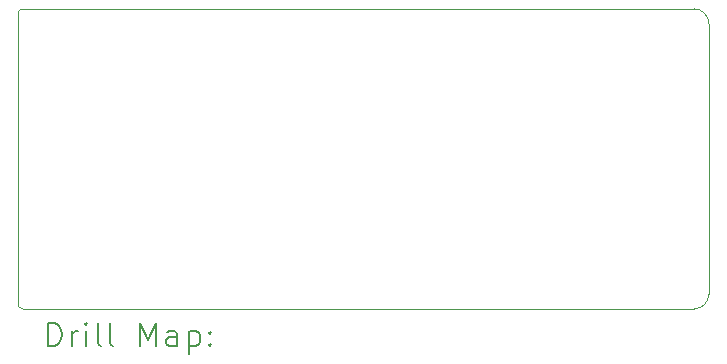
<source format=gbr>
%TF.GenerationSoftware,KiCad,Pcbnew,7.0.6*%
%TF.CreationDate,2024-02-28T04:38:36+03:00*%
%TF.ProjectId,Penguin Junior,50656e67-7569-46e2-904a-756e696f722e,rev?*%
%TF.SameCoordinates,Original*%
%TF.FileFunction,Drillmap*%
%TF.FilePolarity,Positive*%
%FSLAX45Y45*%
G04 Gerber Fmt 4.5, Leading zero omitted, Abs format (unit mm)*
G04 Created by KiCad (PCBNEW 7.0.6) date 2024-02-28 04:38:36*
%MOMM*%
%LPD*%
G01*
G04 APERTURE LIST*
%ADD10C,0.100000*%
%ADD11C,0.200000*%
G04 APERTURE END LIST*
D10*
X10190510Y-10843500D02*
G75*
G03*
X10233007Y-10886000I42500J0D01*
G01*
X10233007Y-8346000D02*
X15915500Y-8346000D01*
X10190507Y-8388500D02*
X10190507Y-10843500D01*
X15915500Y-10886000D02*
X10233007Y-10886000D01*
X16040500Y-8471000D02*
G75*
G03*
X15915500Y-8346000I-125000J0D01*
G01*
X16040500Y-8471000D02*
X16040500Y-10761000D01*
X10233007Y-8345997D02*
G75*
G03*
X10190507Y-8388500I3J-42503D01*
G01*
X15915500Y-10886000D02*
G75*
G03*
X16040500Y-10761000I0J125000D01*
G01*
D11*
X10446284Y-11202484D02*
X10446284Y-11002484D01*
X10446284Y-11002484D02*
X10493903Y-11002484D01*
X10493903Y-11002484D02*
X10522475Y-11012008D01*
X10522475Y-11012008D02*
X10541522Y-11031055D01*
X10541522Y-11031055D02*
X10551046Y-11050103D01*
X10551046Y-11050103D02*
X10560570Y-11088198D01*
X10560570Y-11088198D02*
X10560570Y-11116770D01*
X10560570Y-11116770D02*
X10551046Y-11154865D01*
X10551046Y-11154865D02*
X10541522Y-11173912D01*
X10541522Y-11173912D02*
X10522475Y-11192960D01*
X10522475Y-11192960D02*
X10493903Y-11202484D01*
X10493903Y-11202484D02*
X10446284Y-11202484D01*
X10646284Y-11202484D02*
X10646284Y-11069150D01*
X10646284Y-11107246D02*
X10655808Y-11088198D01*
X10655808Y-11088198D02*
X10665332Y-11078674D01*
X10665332Y-11078674D02*
X10684379Y-11069150D01*
X10684379Y-11069150D02*
X10703427Y-11069150D01*
X10770094Y-11202484D02*
X10770094Y-11069150D01*
X10770094Y-11002484D02*
X10760570Y-11012008D01*
X10760570Y-11012008D02*
X10770094Y-11021531D01*
X10770094Y-11021531D02*
X10779618Y-11012008D01*
X10779618Y-11012008D02*
X10770094Y-11002484D01*
X10770094Y-11002484D02*
X10770094Y-11021531D01*
X10893903Y-11202484D02*
X10874856Y-11192960D01*
X10874856Y-11192960D02*
X10865332Y-11173912D01*
X10865332Y-11173912D02*
X10865332Y-11002484D01*
X10998665Y-11202484D02*
X10979618Y-11192960D01*
X10979618Y-11192960D02*
X10970094Y-11173912D01*
X10970094Y-11173912D02*
X10970094Y-11002484D01*
X11227237Y-11202484D02*
X11227237Y-11002484D01*
X11227237Y-11002484D02*
X11293903Y-11145341D01*
X11293903Y-11145341D02*
X11360570Y-11002484D01*
X11360570Y-11002484D02*
X11360570Y-11202484D01*
X11541522Y-11202484D02*
X11541522Y-11097722D01*
X11541522Y-11097722D02*
X11531998Y-11078674D01*
X11531998Y-11078674D02*
X11512951Y-11069150D01*
X11512951Y-11069150D02*
X11474856Y-11069150D01*
X11474856Y-11069150D02*
X11455808Y-11078674D01*
X11541522Y-11192960D02*
X11522475Y-11202484D01*
X11522475Y-11202484D02*
X11474856Y-11202484D01*
X11474856Y-11202484D02*
X11455808Y-11192960D01*
X11455808Y-11192960D02*
X11446284Y-11173912D01*
X11446284Y-11173912D02*
X11446284Y-11154865D01*
X11446284Y-11154865D02*
X11455808Y-11135817D01*
X11455808Y-11135817D02*
X11474856Y-11126293D01*
X11474856Y-11126293D02*
X11522475Y-11126293D01*
X11522475Y-11126293D02*
X11541522Y-11116770D01*
X11636760Y-11069150D02*
X11636760Y-11269150D01*
X11636760Y-11078674D02*
X11655808Y-11069150D01*
X11655808Y-11069150D02*
X11693903Y-11069150D01*
X11693903Y-11069150D02*
X11712951Y-11078674D01*
X11712951Y-11078674D02*
X11722475Y-11088198D01*
X11722475Y-11088198D02*
X11731998Y-11107246D01*
X11731998Y-11107246D02*
X11731998Y-11164389D01*
X11731998Y-11164389D02*
X11722475Y-11183436D01*
X11722475Y-11183436D02*
X11712951Y-11192960D01*
X11712951Y-11192960D02*
X11693903Y-11202484D01*
X11693903Y-11202484D02*
X11655808Y-11202484D01*
X11655808Y-11202484D02*
X11636760Y-11192960D01*
X11817713Y-11183436D02*
X11827237Y-11192960D01*
X11827237Y-11192960D02*
X11817713Y-11202484D01*
X11817713Y-11202484D02*
X11808189Y-11192960D01*
X11808189Y-11192960D02*
X11817713Y-11183436D01*
X11817713Y-11183436D02*
X11817713Y-11202484D01*
X11817713Y-11078674D02*
X11827237Y-11088198D01*
X11827237Y-11088198D02*
X11817713Y-11097722D01*
X11817713Y-11097722D02*
X11808189Y-11088198D01*
X11808189Y-11088198D02*
X11817713Y-11078674D01*
X11817713Y-11078674D02*
X11817713Y-11097722D01*
M02*

</source>
